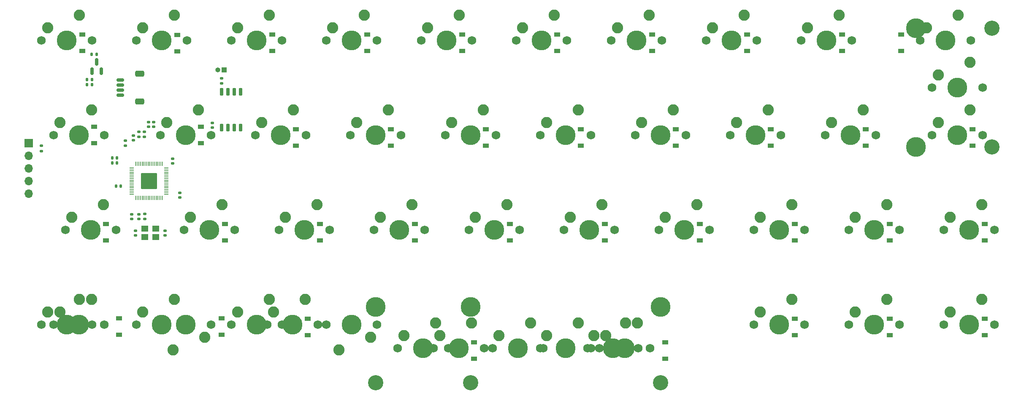
<source format=gbr>
%TF.GenerationSoftware,KiCad,Pcbnew,(7.0.0-0)*%
%TF.CreationDate,2023-03-09T10:38:16-05:00*%
%TF.ProjectId,cutiepie2040,63757469-6570-4696-9532-3034302e6b69,rev?*%
%TF.SameCoordinates,Original*%
%TF.FileFunction,Soldermask,Bot*%
%TF.FilePolarity,Negative*%
%FSLAX46Y46*%
G04 Gerber Fmt 4.6, Leading zero omitted, Abs format (unit mm)*
G04 Created by KiCad (PCBNEW (7.0.0-0)) date 2023-03-09 10:38:16*
%MOMM*%
%LPD*%
G01*
G04 APERTURE LIST*
G04 Aperture macros list*
%AMRoundRect*
0 Rectangle with rounded corners*
0 $1 Rounding radius*
0 $2 $3 $4 $5 $6 $7 $8 $9 X,Y pos of 4 corners*
0 Add a 4 corners polygon primitive as box body*
4,1,4,$2,$3,$4,$5,$6,$7,$8,$9,$2,$3,0*
0 Add four circle primitives for the rounded corners*
1,1,$1+$1,$2,$3*
1,1,$1+$1,$4,$5*
1,1,$1+$1,$6,$7*
1,1,$1+$1,$8,$9*
0 Add four rect primitives between the rounded corners*
20,1,$1+$1,$2,$3,$4,$5,0*
20,1,$1+$1,$4,$5,$6,$7,0*
20,1,$1+$1,$6,$7,$8,$9,0*
20,1,$1+$1,$8,$9,$2,$3,0*%
G04 Aperture macros list end*
%ADD10C,1.750000*%
%ADD11C,3.987800*%
%ADD12C,2.250000*%
%ADD13C,3.048000*%
%ADD14RoundRect,0.140000X0.170000X-0.140000X0.170000X0.140000X-0.170000X0.140000X-0.170000X-0.140000X0*%
%ADD15R,1.200000X0.900000*%
%ADD16RoundRect,0.140000X-0.170000X0.140000X-0.170000X-0.140000X0.170000X-0.140000X0.170000X0.140000X0*%
%ADD17RoundRect,0.135000X0.185000X-0.135000X0.185000X0.135000X-0.185000X0.135000X-0.185000X-0.135000X0*%
%ADD18RoundRect,0.135000X-0.185000X0.135000X-0.185000X-0.135000X0.185000X-0.135000X0.185000X0.135000X0*%
%ADD19R,1.000000X1.000000*%
%ADD20O,1.000000X1.000000*%
%ADD21RoundRect,0.140000X0.140000X0.170000X-0.140000X0.170000X-0.140000X-0.170000X0.140000X-0.170000X0*%
%ADD22RoundRect,0.150000X0.150000X-0.587500X0.150000X0.587500X-0.150000X0.587500X-0.150000X-0.587500X0*%
%ADD23RoundRect,0.150000X-0.150000X0.650000X-0.150000X-0.650000X0.150000X-0.650000X0.150000X0.650000X0*%
%ADD24RoundRect,0.050000X0.387500X0.050000X-0.387500X0.050000X-0.387500X-0.050000X0.387500X-0.050000X0*%
%ADD25RoundRect,0.050000X0.050000X0.387500X-0.050000X0.387500X-0.050000X-0.387500X0.050000X-0.387500X0*%
%ADD26RoundRect,0.144000X1.456000X1.456000X-1.456000X1.456000X-1.456000X-1.456000X1.456000X-1.456000X0*%
%ADD27R,1.700000X1.700000*%
%ADD28O,1.700000X1.700000*%
%ADD29RoundRect,0.150000X-0.625000X0.150000X-0.625000X-0.150000X0.625000X-0.150000X0.625000X0.150000X0*%
%ADD30RoundRect,0.250000X-0.650000X0.350000X-0.650000X-0.350000X0.650000X-0.350000X0.650000X0.350000X0*%
%ADD31R,1.400000X1.200000*%
G04 APERTURE END LIST*
D10*
%TO.C,MX35*%
X225607500Y-55300000D03*
D11*
X230687500Y-55300000D03*
D10*
X235767500Y-55300000D03*
D12*
X226877500Y-52760000D03*
X233227500Y-50220000D03*
%TD*%
D10*
%TO.C,MX4*%
X49395000Y-112450000D03*
D11*
X54475000Y-112450000D03*
D10*
X59555000Y-112450000D03*
D12*
X50665000Y-109910000D03*
X57015000Y-107370000D03*
%TD*%
D10*
%TO.C,MX1*%
X49395000Y-55300000D03*
D11*
X54475000Y-55300000D03*
D10*
X59555000Y-55300000D03*
D12*
X50665000Y-52760000D03*
X57015000Y-50220000D03*
%TD*%
D10*
%TO.C,MX22*%
X154170000Y-93400000D03*
D11*
X159250000Y-93400000D03*
D10*
X164330000Y-93400000D03*
D12*
X155440000Y-90860000D03*
X161790000Y-88320000D03*
%TD*%
D10*
%TO.C,MX17*%
X130357500Y-74350000D03*
D11*
X135437500Y-74350000D03*
D10*
X140517500Y-74350000D03*
D12*
X131627500Y-71810000D03*
X137977500Y-69270000D03*
%TD*%
%TO.C,MX2*%
X59396250Y-69270000D03*
X53046250Y-71810000D03*
D10*
X61936250Y-74350000D03*
D11*
X56856250Y-74350000D03*
D10*
X51776250Y-74350000D03*
%TD*%
%TO.C,MX11*%
X97020000Y-93400000D03*
D11*
X102100000Y-93400000D03*
D10*
X107180000Y-93400000D03*
D12*
X98290000Y-90860000D03*
X104640000Y-88320000D03*
%TD*%
D11*
%TO.C,MX23*%
X135437500Y-108957500D03*
D13*
X135437500Y-124197500D03*
D10*
X149407500Y-117212500D03*
D11*
X154487500Y-117212500D03*
D10*
X159567500Y-117212500D03*
D11*
X173537500Y-108957500D03*
D13*
X173537500Y-124197500D03*
D12*
X150677500Y-114672500D03*
X157027500Y-112132500D03*
%TD*%
D10*
%TO.C,MX10*%
X92257500Y-74350000D03*
D11*
X97337500Y-74350000D03*
D10*
X102417500Y-74350000D03*
D12*
X93527500Y-71810000D03*
X99877500Y-69270000D03*
%TD*%
D10*
%TO.C,MX18*%
X135120000Y-93400000D03*
D11*
X140200000Y-93400000D03*
D10*
X145280000Y-93400000D03*
D12*
X136390000Y-90860000D03*
X142740000Y-88320000D03*
%TD*%
D10*
%TO.C,MX30*%
X192270000Y-112450000D03*
D11*
X197350000Y-112450000D03*
D10*
X202430000Y-112450000D03*
D12*
X193540000Y-109910000D03*
X199890000Y-107370000D03*
%TD*%
D10*
%TO.C,MX12*%
X94638750Y-112450000D03*
D11*
X99718750Y-112450000D03*
D10*
X104798750Y-112450000D03*
D12*
X95908750Y-109910000D03*
X102258750Y-107370000D03*
%TD*%
D10*
%TO.C,MX23*%
X158932500Y-117212500D03*
D11*
X164012500Y-117212500D03*
D10*
X169092500Y-117212500D03*
D12*
X160202500Y-114672500D03*
X166552500Y-112132500D03*
%TD*%
D10*
%TO.C,MX19*%
X116705000Y-112450000D03*
D11*
X111625000Y-112450000D03*
D10*
X106545000Y-112450000D03*
D12*
X115435000Y-114990000D03*
X109085000Y-117530000D03*
%TD*%
D10*
%TO.C,MX4*%
X51776250Y-112450000D03*
D11*
X56856250Y-112450000D03*
D10*
X61936250Y-112450000D03*
D12*
X53046250Y-109910000D03*
X59396250Y-107370000D03*
%TD*%
D10*
%TO.C,MX33*%
X211320000Y-93400000D03*
D11*
X216400000Y-93400000D03*
D10*
X221480000Y-93400000D03*
D12*
X212590000Y-90860000D03*
X218940000Y-88320000D03*
%TD*%
D10*
%TO.C,MX13*%
X106545000Y-55300000D03*
D11*
X111625000Y-55300000D03*
D10*
X116705000Y-55300000D03*
D12*
X107815000Y-52760000D03*
X114165000Y-50220000D03*
%TD*%
D10*
%TO.C,MX29*%
X192270000Y-93400000D03*
D11*
X197350000Y-93400000D03*
D10*
X202430000Y-93400000D03*
D12*
X193540000Y-90860000D03*
X199890000Y-88320000D03*
%TD*%
D10*
%TO.C,MX15*%
X116070000Y-93400000D03*
D11*
X121150000Y-93400000D03*
D10*
X126230000Y-93400000D03*
D12*
X117340000Y-90860000D03*
X123690000Y-88320000D03*
%TD*%
D10*
%TO.C,MX14*%
X111307500Y-74350000D03*
D11*
X116387500Y-74350000D03*
D10*
X121467500Y-74350000D03*
D12*
X112577500Y-71810000D03*
X118927500Y-69270000D03*
%TD*%
D10*
%TO.C,MX16*%
X125595000Y-55300000D03*
D11*
X130675000Y-55300000D03*
D10*
X135755000Y-55300000D03*
D12*
X126865000Y-52760000D03*
X133215000Y-50220000D03*
%TD*%
D10*
%TO.C,MX5*%
X68445000Y-55300000D03*
D11*
X73525000Y-55300000D03*
D10*
X78605000Y-55300000D03*
D12*
X69715000Y-52760000D03*
X76065000Y-50220000D03*
%TD*%
D10*
%TO.C,MX24*%
X163695000Y-55300000D03*
D11*
X168775000Y-55300000D03*
D10*
X173855000Y-55300000D03*
D12*
X164965000Y-52760000D03*
X171315000Y-50220000D03*
%TD*%
D10*
%TO.C,MX21*%
X149407500Y-74350000D03*
D11*
X154487500Y-74350000D03*
D10*
X159567500Y-74350000D03*
D12*
X150677500Y-71810000D03*
X157027500Y-69270000D03*
%TD*%
D10*
%TO.C,MX32*%
X206557500Y-74350000D03*
D11*
X211637500Y-74350000D03*
D10*
X216717500Y-74350000D03*
D12*
X207827500Y-71810000D03*
X214177500Y-69270000D03*
%TD*%
D10*
%TO.C,MX38*%
X230370000Y-112450000D03*
D11*
X235450000Y-112450000D03*
D10*
X240530000Y-112450000D03*
D12*
X231640000Y-109910000D03*
X237990000Y-107370000D03*
%TD*%
D10*
%TO.C,MX20*%
X144645000Y-55300000D03*
D11*
X149725000Y-55300000D03*
D10*
X154805000Y-55300000D03*
D12*
X145915000Y-52760000D03*
X152265000Y-50220000D03*
%TD*%
D10*
%TO.C,MX8*%
X83367500Y-112450000D03*
D11*
X78287500Y-112450000D03*
D10*
X73207500Y-112450000D03*
D12*
X82097500Y-114990000D03*
X75747500Y-117530000D03*
%TD*%
D10*
%TO.C,MX6*%
X73207500Y-74350000D03*
D11*
X78287500Y-74350000D03*
D10*
X83367500Y-74350000D03*
D12*
X74477500Y-71810000D03*
X80827500Y-69270000D03*
%TD*%
D10*
%TO.C,MX36*%
X227988750Y-74350000D03*
D11*
X233068750Y-74350000D03*
D10*
X238148750Y-74350000D03*
D12*
X229258750Y-71810000D03*
X235608750Y-69270000D03*
%TD*%
D10*
%TO.C,MX37*%
X230370000Y-93400000D03*
D11*
X235450000Y-93400000D03*
D10*
X240530000Y-93400000D03*
D12*
X231640000Y-90860000D03*
X237990000Y-88320000D03*
%TD*%
D10*
%TO.C,MX8*%
X68445000Y-112450000D03*
D11*
X73525000Y-112450000D03*
D10*
X78605000Y-112450000D03*
D12*
X69715000Y-109910000D03*
X76065000Y-107370000D03*
%TD*%
D10*
%TO.C,MX26*%
X173220000Y-93400000D03*
D11*
X178300000Y-93400000D03*
D10*
X183380000Y-93400000D03*
D12*
X174490000Y-90860000D03*
X180840000Y-88320000D03*
%TD*%
D11*
%TO.C,MX19*%
X116387500Y-108957500D03*
D13*
X116387500Y-124197500D03*
D10*
X139882500Y-117212500D03*
D11*
X144962500Y-117212500D03*
D10*
X150042500Y-117212500D03*
D11*
X173537500Y-108957500D03*
D13*
X173537500Y-124197500D03*
D12*
X141152500Y-114672500D03*
X147502500Y-112132500D03*
%TD*%
D10*
%TO.C,MX9*%
X87495000Y-55300000D03*
D11*
X92575000Y-55300000D03*
D10*
X97655000Y-55300000D03*
D12*
X88765000Y-52760000D03*
X95115000Y-50220000D03*
%TD*%
D10*
%TO.C,MX19*%
X127976250Y-117212500D03*
D11*
X133056250Y-117212500D03*
D10*
X138136250Y-117212500D03*
D12*
X129246250Y-114672500D03*
X135596250Y-112132500D03*
%TD*%
D10*
%TO.C,MX23*%
X161313750Y-117212500D03*
D11*
X166393750Y-117212500D03*
D10*
X171473750Y-117212500D03*
D12*
X162583750Y-114672500D03*
X168933750Y-112132500D03*
%TD*%
D11*
%TO.C,MX35*%
X224813750Y-52887000D03*
X224813750Y-76763000D03*
D10*
X227988750Y-64825000D03*
D11*
X233068750Y-64825000D03*
D10*
X238148750Y-64825000D03*
D13*
X240053750Y-52887000D03*
X240053750Y-76763000D03*
D12*
X229258750Y-62285000D03*
X235608750Y-59745000D03*
%TD*%
D10*
%TO.C,MX7*%
X77970000Y-93400000D03*
D11*
X83050000Y-93400000D03*
D10*
X88130000Y-93400000D03*
D12*
X79240000Y-90860000D03*
X85590000Y-88320000D03*
%TD*%
D10*
%TO.C,MX12*%
X87495000Y-112450000D03*
D11*
X92575000Y-112450000D03*
D10*
X97655000Y-112450000D03*
D12*
X88765000Y-109910000D03*
X95115000Y-107370000D03*
%TD*%
D10*
%TO.C,MX3*%
X54157500Y-93400000D03*
D11*
X59237500Y-93400000D03*
D10*
X64317500Y-93400000D03*
D12*
X55427500Y-90860000D03*
X61777500Y-88320000D03*
%TD*%
D10*
%TO.C,MX27*%
X182745000Y-55300000D03*
D11*
X187825000Y-55300000D03*
D10*
X192905000Y-55300000D03*
D12*
X184015000Y-52760000D03*
X190365000Y-50220000D03*
%TD*%
D10*
%TO.C,MX28*%
X187507500Y-74350000D03*
D11*
X192587500Y-74350000D03*
D10*
X197667500Y-74350000D03*
D12*
X188777500Y-71810000D03*
X195127500Y-69270000D03*
%TD*%
D10*
%TO.C,MX25*%
X168457500Y-74350000D03*
D11*
X173537500Y-74350000D03*
D10*
X178617500Y-74350000D03*
D12*
X169727500Y-71810000D03*
X176077500Y-69270000D03*
%TD*%
D10*
%TO.C,MX34*%
X211320000Y-112450000D03*
D11*
X216400000Y-112450000D03*
D10*
X221480000Y-112450000D03*
D12*
X212590000Y-109910000D03*
X218940000Y-107370000D03*
%TD*%
D10*
%TO.C,MX19*%
X120832500Y-117212500D03*
D11*
X125912500Y-117212500D03*
D10*
X130992500Y-117212500D03*
D12*
X122102500Y-114672500D03*
X128452500Y-112132500D03*
%TD*%
D10*
%TO.C,MX31*%
X201795000Y-55300000D03*
D11*
X206875000Y-55300000D03*
D10*
X211955000Y-55300000D03*
D12*
X203065000Y-52760000D03*
X209415000Y-50220000D03*
%TD*%
D14*
%TO.C,C_1V-Decoup2*%
X71900000Y-72730000D03*
X71900000Y-71770000D03*
%TD*%
D15*
%TO.C,D6*%
X81387499Y-75999999D03*
X81387499Y-72699999D03*
%TD*%
%TO.C,D14*%
X119487499Y-76499999D03*
X119487499Y-73199999D03*
%TD*%
D16*
%TO.C,C_Crystal1*%
X74200000Y-93570000D03*
X74200000Y-94530000D03*
%TD*%
D15*
%TO.C,D37*%
X238549999Y-95549999D03*
X238549999Y-92249999D03*
%TD*%
D17*
%TO.C,R_Crystal1*%
X70100000Y-91260000D03*
X70100000Y-90240000D03*
%TD*%
D15*
%TO.C,D17*%
X138537499Y-76499999D03*
X138537499Y-73199999D03*
%TD*%
D18*
%TO.C,R_Flash1*%
X85500000Y-62990000D03*
X85500000Y-64010000D03*
%TD*%
D19*
%TO.C,SW1*%
X86049999Y-61249999D03*
D20*
X84779999Y-61249999D03*
%TD*%
D15*
%TO.C,D8*%
X85499999Y-114549999D03*
X85499999Y-111249999D03*
%TD*%
%TO.C,D20*%
X152824999Y-57449999D03*
X152824999Y-54149999D03*
%TD*%
%TO.C,D15*%
X124249999Y-95549999D03*
X124249999Y-92249999D03*
%TD*%
%TO.C,D31*%
X209974999Y-57449999D03*
X209974999Y-54149999D03*
%TD*%
D14*
%TO.C,C_3V-Decoup2*%
X66200000Y-76480000D03*
X66200000Y-75520000D03*
%TD*%
D15*
%TO.C,D13*%
X114724999Y-57449999D03*
X114724999Y-54149999D03*
%TD*%
%TO.C,D23*%
X174493749Y-119362499D03*
X174493749Y-116062499D03*
%TD*%
D21*
%TO.C,C_3V-Decoup7*%
X64530000Y-78950000D03*
X63570000Y-78950000D03*
%TD*%
D15*
%TO.C,D32*%
X214737499Y-76499999D03*
X214737499Y-73199999D03*
%TD*%
%TO.C,D4*%
X64899999Y-114549999D03*
X64899999Y-111249999D03*
%TD*%
D14*
%TO.C,C_3V-Decoup9*%
X75700000Y-80080000D03*
X75700000Y-79120000D03*
%TD*%
D21*
%TO.C,C_3V-Decoup4*%
X65280000Y-84600000D03*
X64320000Y-84600000D03*
%TD*%
D15*
%TO.C,D26*%
X181399999Y-95549999D03*
X181399999Y-92249999D03*
%TD*%
%TO.C,D28*%
X195687499Y-76499999D03*
X195687499Y-73199999D03*
%TD*%
D18*
%TO.C,R_DATA1*%
X70000000Y-73690000D03*
X70000000Y-74710000D03*
%TD*%
D16*
%TO.C,C_3V-Decoup8*%
X68950000Y-90270000D03*
X68950000Y-91230000D03*
%TD*%
D14*
%TO.C,C_Flash1*%
X83650000Y-72880000D03*
X83650000Y-71920000D03*
%TD*%
D15*
%TO.C,D10*%
X100437499Y-76499999D03*
X100437499Y-73199999D03*
%TD*%
%TO.C,D35*%
X221799999Y-57449999D03*
X221799999Y-54149999D03*
%TD*%
%TO.C,D38*%
X238549999Y-114599999D03*
X238549999Y-111299999D03*
%TD*%
%TO.C,D19*%
X136156249Y-119362499D03*
X136156249Y-116062499D03*
%TD*%
D22*
%TO.C,U3*%
X61400000Y-61487500D03*
X59500000Y-61487500D03*
X60450000Y-59612500D03*
%TD*%
D15*
%TO.C,D25*%
X176637499Y-76499999D03*
X176637499Y-73199999D03*
%TD*%
%TO.C,D11*%
X105199999Y-95549999D03*
X105199999Y-92249999D03*
%TD*%
D16*
%TO.C,C_1V-Decoup3*%
X67450000Y-90270000D03*
X67450000Y-91230000D03*
%TD*%
D15*
%TO.C,D18*%
X143299999Y-95549999D03*
X143299999Y-92249999D03*
%TD*%
%TO.C,D34*%
X219499999Y-114599999D03*
X219499999Y-111299999D03*
%TD*%
%TO.C,D2*%
X59956249Y-75999999D03*
X59956249Y-72699999D03*
%TD*%
%TO.C,D3*%
X62337499Y-95549999D03*
X62337499Y-92249999D03*
%TD*%
%TO.C,D29*%
X200449999Y-95549999D03*
X200449999Y-92249999D03*
%TD*%
%TO.C,D16*%
X133774999Y-57449999D03*
X133774999Y-54149999D03*
%TD*%
D16*
%TO.C,C_3V-Decoup6*%
X77100000Y-85970000D03*
X77100000Y-86930000D03*
%TD*%
D15*
%TO.C,D30*%
X200449999Y-114599999D03*
X200449999Y-111299999D03*
%TD*%
%TO.C,D1*%
X57574999Y-57449999D03*
X57574999Y-54149999D03*
%TD*%
D21*
%TO.C,C_3V-Decoup1*%
X59480000Y-64250000D03*
X58520000Y-64250000D03*
%TD*%
%TO.C,C_LD1*%
X60430000Y-58100000D03*
X59470000Y-58100000D03*
%TD*%
D17*
%TO.C,R_RST1*%
X49350000Y-77560000D03*
X49350000Y-76540000D03*
%TD*%
D23*
%TO.C,U2*%
X85495000Y-65650000D03*
X86765000Y-65650000D03*
X88035000Y-65650000D03*
X89305000Y-65650000D03*
X89305000Y-72850000D03*
X88035000Y-72850000D03*
X86765000Y-72850000D03*
X85495000Y-72850000D03*
%TD*%
D15*
%TO.C,D33*%
X219499999Y-95549999D03*
X219499999Y-92249999D03*
%TD*%
%TO.C,D36*%
X236168749Y-76499999D03*
X236168749Y-73199999D03*
%TD*%
%TO.C,D7*%
X86149999Y-95549999D03*
X86149999Y-92249999D03*
%TD*%
%TO.C,D12*%
X102818749Y-114599999D03*
X102818749Y-111299999D03*
%TD*%
D14*
%TO.C,C_1V-Decoup1*%
X67800000Y-75410000D03*
X67800000Y-74450000D03*
%TD*%
%TO.C,C_3V-Decoup3*%
X70900000Y-72730000D03*
X70900000Y-71770000D03*
%TD*%
D15*
%TO.C,D22*%
X162349999Y-95549999D03*
X162349999Y-92249999D03*
%TD*%
D24*
%TO.C,U1*%
X74387500Y-81000000D03*
X74387500Y-81400000D03*
X74387500Y-81800000D03*
X74387500Y-82200000D03*
X74387500Y-82600000D03*
X74387500Y-83000000D03*
X74387500Y-83400000D03*
X74387500Y-83800000D03*
X74387500Y-84200000D03*
X74387500Y-84600000D03*
X74387500Y-85000000D03*
X74387500Y-85400000D03*
X74387500Y-85800000D03*
X74387500Y-86200000D03*
D25*
X73550000Y-87037500D03*
X73150000Y-87037500D03*
X72750000Y-87037500D03*
X72350000Y-87037500D03*
X71950000Y-87037500D03*
X71550000Y-87037500D03*
X71150000Y-87037500D03*
X70750000Y-87037500D03*
X70350000Y-87037500D03*
X69950000Y-87037500D03*
X69550000Y-87037500D03*
X69150000Y-87037500D03*
X68750000Y-87037500D03*
X68350000Y-87037500D03*
D24*
X67512500Y-86200000D03*
X67512500Y-85800000D03*
X67512500Y-85400000D03*
X67512500Y-85000000D03*
X67512500Y-84600000D03*
X67512500Y-84200000D03*
X67512500Y-83800000D03*
X67512500Y-83400000D03*
X67512500Y-83000000D03*
X67512500Y-82600000D03*
X67512500Y-82200000D03*
X67512500Y-81800000D03*
X67512500Y-81400000D03*
X67512500Y-81000000D03*
D25*
X68350000Y-80162500D03*
X68750000Y-80162500D03*
X69150000Y-80162500D03*
X69550000Y-80162500D03*
X69950000Y-80162500D03*
X70350000Y-80162500D03*
X70750000Y-80162500D03*
X71150000Y-80162500D03*
X71550000Y-80162500D03*
X71950000Y-80162500D03*
X72350000Y-80162500D03*
X72750000Y-80162500D03*
X73150000Y-80162500D03*
X73550000Y-80162500D03*
D26*
X70950000Y-83600000D03*
%TD*%
D27*
%TO.C,J2*%
X46799999Y-76024999D03*
D28*
X46799999Y-78564999D03*
X46799999Y-81104999D03*
X46799999Y-83644999D03*
X46799999Y-86184999D03*
%TD*%
D15*
%TO.C,D27*%
X190924999Y-57449999D03*
X190924999Y-54149999D03*
%TD*%
D14*
%TO.C,C_Crystal2*%
X68200000Y-94530000D03*
X68200000Y-93570000D03*
%TD*%
D15*
%TO.C,D9*%
X95674999Y-57449999D03*
X95674999Y-54149999D03*
%TD*%
%TO.C,D24*%
X171874999Y-57449999D03*
X171874999Y-54149999D03*
%TD*%
D21*
%TO.C,C_3V-Decoup5*%
X64530000Y-80000000D03*
X63570000Y-80000000D03*
%TD*%
D18*
%TO.C,R_DATA2*%
X68900000Y-73690000D03*
X68900000Y-74710000D03*
%TD*%
D21*
%TO.C,C_LD2*%
X59480000Y-63200000D03*
X58520000Y-63200000D03*
%TD*%
D29*
%TO.C,J1*%
X65200000Y-63300000D03*
X65200000Y-64300000D03*
X65200000Y-65300000D03*
X65200000Y-66300000D03*
D30*
X69075000Y-62000000D03*
X69075000Y-67600000D03*
%TD*%
D15*
%TO.C,D21*%
X157587499Y-76499999D03*
X157587499Y-73199999D03*
%TD*%
D31*
%TO.C,Y1*%
X70099999Y-93199999D03*
X72299999Y-93199999D03*
X72299999Y-94899999D03*
X70099999Y-94899999D03*
%TD*%
D15*
%TO.C,D5*%
X76624999Y-57549999D03*
X76624999Y-54249999D03*
%TD*%
M02*

</source>
